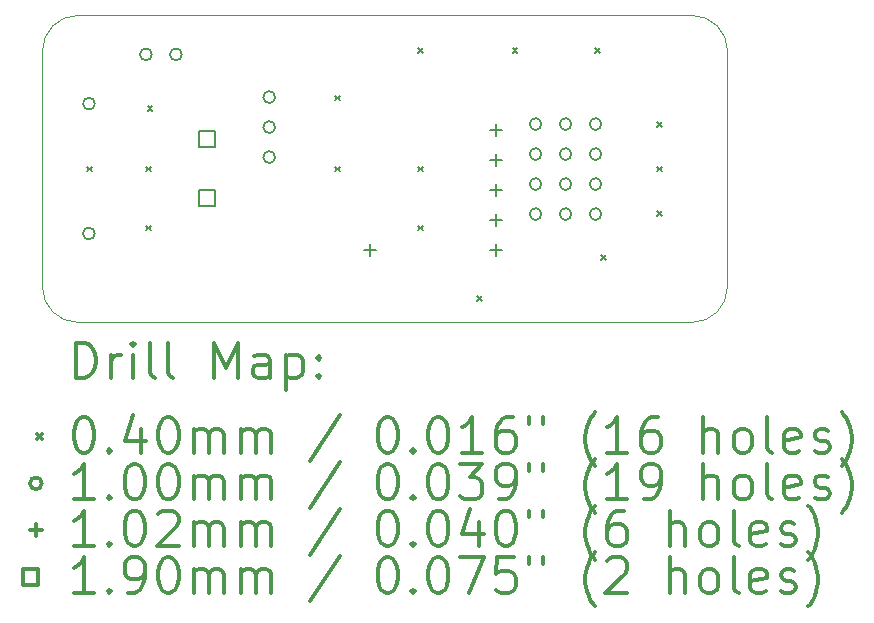
<source format=gbr>
%FSLAX45Y45*%
G04 Gerber Fmt 4.5, Leading zero omitted, Abs format (unit mm)*
G04 Created by KiCad (PCBNEW (5.1.5)-3) date 2021-10-17 17:05:09*
%MOMM*%
%LPD*%
G04 APERTURE LIST*
%TA.AperFunction,Profile*%
%ADD10C,0.120000*%
%TD*%
%ADD11C,0.200000*%
%ADD12C,0.300000*%
G04 APERTURE END LIST*
D10*
X11700000Y-7000000D02*
G75*
G02X12000000Y-6700000I300000J0D01*
G01*
X12000000Y-9300000D02*
G75*
G02X11700000Y-9000000I0J300000D01*
G01*
X17500000Y-9000000D02*
G75*
G02X17200000Y-9300000I-300000J0D01*
G01*
X17200000Y-6700000D02*
G75*
G02X17500000Y-7000000I0J-300000D01*
G01*
X17500000Y-9000000D02*
X17500000Y-7000000D01*
X12000000Y-9300000D02*
X17200000Y-9300000D01*
X11700000Y-7000000D02*
X11700000Y-9000000D01*
X17200000Y-6700000D02*
X12000000Y-6700000D01*
D11*
X12080000Y-7980000D02*
X12120000Y-8020000D01*
X12120000Y-7980000D02*
X12080000Y-8020000D01*
X12580000Y-7980000D02*
X12620000Y-8020000D01*
X12620000Y-7980000D02*
X12580000Y-8020000D01*
X12580000Y-8480000D02*
X12620000Y-8520000D01*
X12620000Y-8480000D02*
X12580000Y-8520000D01*
X12590850Y-7469150D02*
X12630850Y-7509150D01*
X12630850Y-7469150D02*
X12590850Y-7509150D01*
X14180000Y-7380000D02*
X14220000Y-7420000D01*
X14220000Y-7380000D02*
X14180000Y-7420000D01*
X14180000Y-7980000D02*
X14220000Y-8020000D01*
X14220000Y-7980000D02*
X14180000Y-8020000D01*
X14880000Y-6980000D02*
X14920000Y-7020000D01*
X14920000Y-6980000D02*
X14880000Y-7020000D01*
X14880000Y-7980000D02*
X14920000Y-8020000D01*
X14920000Y-7980000D02*
X14880000Y-8020000D01*
X14880000Y-8480000D02*
X14920000Y-8520000D01*
X14920000Y-8480000D02*
X14880000Y-8520000D01*
X15380000Y-9080000D02*
X15420000Y-9120000D01*
X15420000Y-9080000D02*
X15380000Y-9120000D01*
X15680000Y-6980000D02*
X15720000Y-7020000D01*
X15720000Y-6980000D02*
X15680000Y-7020000D01*
X16380000Y-6980000D02*
X16420000Y-7020000D01*
X16420000Y-6980000D02*
X16380000Y-7020000D01*
X16430000Y-8730000D02*
X16470000Y-8770000D01*
X16470000Y-8730000D02*
X16430000Y-8770000D01*
X16905000Y-7605000D02*
X16945000Y-7645000D01*
X16945000Y-7605000D02*
X16905000Y-7645000D01*
X16905000Y-7980000D02*
X16945000Y-8020000D01*
X16945000Y-7980000D02*
X16905000Y-8020000D01*
X16905000Y-8355000D02*
X16945000Y-8395000D01*
X16945000Y-8355000D02*
X16905000Y-8395000D01*
X12143700Y-7447000D02*
G75*
G03X12143700Y-7447000I-50000J0D01*
G01*
X12143700Y-8547000D02*
G75*
G03X12143700Y-8547000I-50000J0D01*
G01*
X16433000Y-7620000D02*
G75*
G03X16433000Y-7620000I-50000J0D01*
G01*
X16433000Y-7874000D02*
G75*
G03X16433000Y-7874000I-50000J0D01*
G01*
X16433000Y-8128000D02*
G75*
G03X16433000Y-8128000I-50000J0D01*
G01*
X16433000Y-8382000D02*
G75*
G03X16433000Y-8382000I-50000J0D01*
G01*
X16179000Y-7620000D02*
G75*
G03X16179000Y-7620000I-50000J0D01*
G01*
X16179000Y-7874000D02*
G75*
G03X16179000Y-7874000I-50000J0D01*
G01*
X16179000Y-8128000D02*
G75*
G03X16179000Y-8128000I-50000J0D01*
G01*
X16179000Y-8382000D02*
G75*
G03X16179000Y-8382000I-50000J0D01*
G01*
X13670000Y-7392000D02*
G75*
G03X13670000Y-7392000I-50000J0D01*
G01*
X13670000Y-7646000D02*
G75*
G03X13670000Y-7646000I-50000J0D01*
G01*
X13670000Y-7900000D02*
G75*
G03X13670000Y-7900000I-50000J0D01*
G01*
X15925000Y-7620000D02*
G75*
G03X15925000Y-7620000I-50000J0D01*
G01*
X15925000Y-7874000D02*
G75*
G03X15925000Y-7874000I-50000J0D01*
G01*
X15925000Y-8128000D02*
G75*
G03X15925000Y-8128000I-50000J0D01*
G01*
X15925000Y-8382000D02*
G75*
G03X15925000Y-8382000I-50000J0D01*
G01*
X12626000Y-7030000D02*
G75*
G03X12626000Y-7030000I-50000J0D01*
G01*
X12880000Y-7030000D02*
G75*
G03X12880000Y-7030000I-50000J0D01*
G01*
X14473260Y-8638848D02*
X14473260Y-8740848D01*
X14422260Y-8689848D02*
X14524260Y-8689848D01*
X15542260Y-7622848D02*
X15542260Y-7724848D01*
X15491260Y-7673848D02*
X15593260Y-7673848D01*
X15542260Y-7876848D02*
X15542260Y-7978848D01*
X15491260Y-7927848D02*
X15593260Y-7927848D01*
X15542260Y-8130848D02*
X15542260Y-8232848D01*
X15491260Y-8181848D02*
X15593260Y-8181848D01*
X15542260Y-8384848D02*
X15542260Y-8486848D01*
X15491260Y-8435848D02*
X15593260Y-8435848D01*
X15542260Y-8638848D02*
X15542260Y-8740848D01*
X15491260Y-8689848D02*
X15593260Y-8689848D01*
X13160876Y-7814176D02*
X13160876Y-7679824D01*
X13026524Y-7679824D01*
X13026524Y-7814176D01*
X13160876Y-7814176D01*
X13160876Y-8314176D02*
X13160876Y-8179824D01*
X13026524Y-8179824D01*
X13026524Y-8314176D01*
X13160876Y-8314176D01*
D12*
X11980428Y-9771714D02*
X11980428Y-9471714D01*
X12051857Y-9471714D01*
X12094714Y-9486000D01*
X12123286Y-9514572D01*
X12137571Y-9543143D01*
X12151857Y-9600286D01*
X12151857Y-9643143D01*
X12137571Y-9700286D01*
X12123286Y-9728857D01*
X12094714Y-9757429D01*
X12051857Y-9771714D01*
X11980428Y-9771714D01*
X12280428Y-9771714D02*
X12280428Y-9571714D01*
X12280428Y-9628857D02*
X12294714Y-9600286D01*
X12309000Y-9586000D01*
X12337571Y-9571714D01*
X12366143Y-9571714D01*
X12466143Y-9771714D02*
X12466143Y-9571714D01*
X12466143Y-9471714D02*
X12451857Y-9486000D01*
X12466143Y-9500286D01*
X12480428Y-9486000D01*
X12466143Y-9471714D01*
X12466143Y-9500286D01*
X12651857Y-9771714D02*
X12623286Y-9757429D01*
X12609000Y-9728857D01*
X12609000Y-9471714D01*
X12809000Y-9771714D02*
X12780428Y-9757429D01*
X12766143Y-9728857D01*
X12766143Y-9471714D01*
X13151857Y-9771714D02*
X13151857Y-9471714D01*
X13251857Y-9686000D01*
X13351857Y-9471714D01*
X13351857Y-9771714D01*
X13623286Y-9771714D02*
X13623286Y-9614572D01*
X13609000Y-9586000D01*
X13580428Y-9571714D01*
X13523286Y-9571714D01*
X13494714Y-9586000D01*
X13623286Y-9757429D02*
X13594714Y-9771714D01*
X13523286Y-9771714D01*
X13494714Y-9757429D01*
X13480428Y-9728857D01*
X13480428Y-9700286D01*
X13494714Y-9671714D01*
X13523286Y-9657429D01*
X13594714Y-9657429D01*
X13623286Y-9643143D01*
X13766143Y-9571714D02*
X13766143Y-9871714D01*
X13766143Y-9586000D02*
X13794714Y-9571714D01*
X13851857Y-9571714D01*
X13880428Y-9586000D01*
X13894714Y-9600286D01*
X13909000Y-9628857D01*
X13909000Y-9714572D01*
X13894714Y-9743143D01*
X13880428Y-9757429D01*
X13851857Y-9771714D01*
X13794714Y-9771714D01*
X13766143Y-9757429D01*
X14037571Y-9743143D02*
X14051857Y-9757429D01*
X14037571Y-9771714D01*
X14023286Y-9757429D01*
X14037571Y-9743143D01*
X14037571Y-9771714D01*
X14037571Y-9586000D02*
X14051857Y-9600286D01*
X14037571Y-9614572D01*
X14023286Y-9600286D01*
X14037571Y-9586000D01*
X14037571Y-9614572D01*
X11654000Y-10246000D02*
X11694000Y-10286000D01*
X11694000Y-10246000D02*
X11654000Y-10286000D01*
X12037571Y-10101714D02*
X12066143Y-10101714D01*
X12094714Y-10116000D01*
X12109000Y-10130286D01*
X12123286Y-10158857D01*
X12137571Y-10216000D01*
X12137571Y-10287429D01*
X12123286Y-10344572D01*
X12109000Y-10373143D01*
X12094714Y-10387429D01*
X12066143Y-10401714D01*
X12037571Y-10401714D01*
X12009000Y-10387429D01*
X11994714Y-10373143D01*
X11980428Y-10344572D01*
X11966143Y-10287429D01*
X11966143Y-10216000D01*
X11980428Y-10158857D01*
X11994714Y-10130286D01*
X12009000Y-10116000D01*
X12037571Y-10101714D01*
X12266143Y-10373143D02*
X12280428Y-10387429D01*
X12266143Y-10401714D01*
X12251857Y-10387429D01*
X12266143Y-10373143D01*
X12266143Y-10401714D01*
X12537571Y-10201714D02*
X12537571Y-10401714D01*
X12466143Y-10087429D02*
X12394714Y-10301714D01*
X12580428Y-10301714D01*
X12751857Y-10101714D02*
X12780428Y-10101714D01*
X12809000Y-10116000D01*
X12823286Y-10130286D01*
X12837571Y-10158857D01*
X12851857Y-10216000D01*
X12851857Y-10287429D01*
X12837571Y-10344572D01*
X12823286Y-10373143D01*
X12809000Y-10387429D01*
X12780428Y-10401714D01*
X12751857Y-10401714D01*
X12723286Y-10387429D01*
X12709000Y-10373143D01*
X12694714Y-10344572D01*
X12680428Y-10287429D01*
X12680428Y-10216000D01*
X12694714Y-10158857D01*
X12709000Y-10130286D01*
X12723286Y-10116000D01*
X12751857Y-10101714D01*
X12980428Y-10401714D02*
X12980428Y-10201714D01*
X12980428Y-10230286D02*
X12994714Y-10216000D01*
X13023286Y-10201714D01*
X13066143Y-10201714D01*
X13094714Y-10216000D01*
X13109000Y-10244572D01*
X13109000Y-10401714D01*
X13109000Y-10244572D02*
X13123286Y-10216000D01*
X13151857Y-10201714D01*
X13194714Y-10201714D01*
X13223286Y-10216000D01*
X13237571Y-10244572D01*
X13237571Y-10401714D01*
X13380428Y-10401714D02*
X13380428Y-10201714D01*
X13380428Y-10230286D02*
X13394714Y-10216000D01*
X13423286Y-10201714D01*
X13466143Y-10201714D01*
X13494714Y-10216000D01*
X13509000Y-10244572D01*
X13509000Y-10401714D01*
X13509000Y-10244572D02*
X13523286Y-10216000D01*
X13551857Y-10201714D01*
X13594714Y-10201714D01*
X13623286Y-10216000D01*
X13637571Y-10244572D01*
X13637571Y-10401714D01*
X14223286Y-10087429D02*
X13966143Y-10473143D01*
X14609000Y-10101714D02*
X14637571Y-10101714D01*
X14666143Y-10116000D01*
X14680428Y-10130286D01*
X14694714Y-10158857D01*
X14709000Y-10216000D01*
X14709000Y-10287429D01*
X14694714Y-10344572D01*
X14680428Y-10373143D01*
X14666143Y-10387429D01*
X14637571Y-10401714D01*
X14609000Y-10401714D01*
X14580428Y-10387429D01*
X14566143Y-10373143D01*
X14551857Y-10344572D01*
X14537571Y-10287429D01*
X14537571Y-10216000D01*
X14551857Y-10158857D01*
X14566143Y-10130286D01*
X14580428Y-10116000D01*
X14609000Y-10101714D01*
X14837571Y-10373143D02*
X14851857Y-10387429D01*
X14837571Y-10401714D01*
X14823286Y-10387429D01*
X14837571Y-10373143D01*
X14837571Y-10401714D01*
X15037571Y-10101714D02*
X15066143Y-10101714D01*
X15094714Y-10116000D01*
X15109000Y-10130286D01*
X15123286Y-10158857D01*
X15137571Y-10216000D01*
X15137571Y-10287429D01*
X15123286Y-10344572D01*
X15109000Y-10373143D01*
X15094714Y-10387429D01*
X15066143Y-10401714D01*
X15037571Y-10401714D01*
X15009000Y-10387429D01*
X14994714Y-10373143D01*
X14980428Y-10344572D01*
X14966143Y-10287429D01*
X14966143Y-10216000D01*
X14980428Y-10158857D01*
X14994714Y-10130286D01*
X15009000Y-10116000D01*
X15037571Y-10101714D01*
X15423286Y-10401714D02*
X15251857Y-10401714D01*
X15337571Y-10401714D02*
X15337571Y-10101714D01*
X15309000Y-10144572D01*
X15280428Y-10173143D01*
X15251857Y-10187429D01*
X15680428Y-10101714D02*
X15623286Y-10101714D01*
X15594714Y-10116000D01*
X15580428Y-10130286D01*
X15551857Y-10173143D01*
X15537571Y-10230286D01*
X15537571Y-10344572D01*
X15551857Y-10373143D01*
X15566143Y-10387429D01*
X15594714Y-10401714D01*
X15651857Y-10401714D01*
X15680428Y-10387429D01*
X15694714Y-10373143D01*
X15709000Y-10344572D01*
X15709000Y-10273143D01*
X15694714Y-10244572D01*
X15680428Y-10230286D01*
X15651857Y-10216000D01*
X15594714Y-10216000D01*
X15566143Y-10230286D01*
X15551857Y-10244572D01*
X15537571Y-10273143D01*
X15823286Y-10101714D02*
X15823286Y-10158857D01*
X15937571Y-10101714D02*
X15937571Y-10158857D01*
X16380428Y-10516000D02*
X16366143Y-10501714D01*
X16337571Y-10458857D01*
X16323286Y-10430286D01*
X16309000Y-10387429D01*
X16294714Y-10316000D01*
X16294714Y-10258857D01*
X16309000Y-10187429D01*
X16323286Y-10144572D01*
X16337571Y-10116000D01*
X16366143Y-10073143D01*
X16380428Y-10058857D01*
X16651857Y-10401714D02*
X16480428Y-10401714D01*
X16566143Y-10401714D02*
X16566143Y-10101714D01*
X16537571Y-10144572D01*
X16509000Y-10173143D01*
X16480428Y-10187429D01*
X16909000Y-10101714D02*
X16851857Y-10101714D01*
X16823286Y-10116000D01*
X16809000Y-10130286D01*
X16780428Y-10173143D01*
X16766143Y-10230286D01*
X16766143Y-10344572D01*
X16780428Y-10373143D01*
X16794714Y-10387429D01*
X16823286Y-10401714D01*
X16880428Y-10401714D01*
X16909000Y-10387429D01*
X16923286Y-10373143D01*
X16937571Y-10344572D01*
X16937571Y-10273143D01*
X16923286Y-10244572D01*
X16909000Y-10230286D01*
X16880428Y-10216000D01*
X16823286Y-10216000D01*
X16794714Y-10230286D01*
X16780428Y-10244572D01*
X16766143Y-10273143D01*
X17294714Y-10401714D02*
X17294714Y-10101714D01*
X17423286Y-10401714D02*
X17423286Y-10244572D01*
X17409000Y-10216000D01*
X17380428Y-10201714D01*
X17337571Y-10201714D01*
X17309000Y-10216000D01*
X17294714Y-10230286D01*
X17609000Y-10401714D02*
X17580428Y-10387429D01*
X17566143Y-10373143D01*
X17551857Y-10344572D01*
X17551857Y-10258857D01*
X17566143Y-10230286D01*
X17580428Y-10216000D01*
X17609000Y-10201714D01*
X17651857Y-10201714D01*
X17680428Y-10216000D01*
X17694714Y-10230286D01*
X17709000Y-10258857D01*
X17709000Y-10344572D01*
X17694714Y-10373143D01*
X17680428Y-10387429D01*
X17651857Y-10401714D01*
X17609000Y-10401714D01*
X17880428Y-10401714D02*
X17851857Y-10387429D01*
X17837571Y-10358857D01*
X17837571Y-10101714D01*
X18109000Y-10387429D02*
X18080428Y-10401714D01*
X18023286Y-10401714D01*
X17994714Y-10387429D01*
X17980428Y-10358857D01*
X17980428Y-10244572D01*
X17994714Y-10216000D01*
X18023286Y-10201714D01*
X18080428Y-10201714D01*
X18109000Y-10216000D01*
X18123286Y-10244572D01*
X18123286Y-10273143D01*
X17980428Y-10301714D01*
X18237571Y-10387429D02*
X18266143Y-10401714D01*
X18323286Y-10401714D01*
X18351857Y-10387429D01*
X18366143Y-10358857D01*
X18366143Y-10344572D01*
X18351857Y-10316000D01*
X18323286Y-10301714D01*
X18280428Y-10301714D01*
X18251857Y-10287429D01*
X18237571Y-10258857D01*
X18237571Y-10244572D01*
X18251857Y-10216000D01*
X18280428Y-10201714D01*
X18323286Y-10201714D01*
X18351857Y-10216000D01*
X18466143Y-10516000D02*
X18480428Y-10501714D01*
X18509000Y-10458857D01*
X18523286Y-10430286D01*
X18537571Y-10387429D01*
X18551857Y-10316000D01*
X18551857Y-10258857D01*
X18537571Y-10187429D01*
X18523286Y-10144572D01*
X18509000Y-10116000D01*
X18480428Y-10073143D01*
X18466143Y-10058857D01*
X11694000Y-10662000D02*
G75*
G03X11694000Y-10662000I-50000J0D01*
G01*
X12137571Y-10797714D02*
X11966143Y-10797714D01*
X12051857Y-10797714D02*
X12051857Y-10497714D01*
X12023286Y-10540572D01*
X11994714Y-10569143D01*
X11966143Y-10583429D01*
X12266143Y-10769143D02*
X12280428Y-10783429D01*
X12266143Y-10797714D01*
X12251857Y-10783429D01*
X12266143Y-10769143D01*
X12266143Y-10797714D01*
X12466143Y-10497714D02*
X12494714Y-10497714D01*
X12523286Y-10512000D01*
X12537571Y-10526286D01*
X12551857Y-10554857D01*
X12566143Y-10612000D01*
X12566143Y-10683429D01*
X12551857Y-10740572D01*
X12537571Y-10769143D01*
X12523286Y-10783429D01*
X12494714Y-10797714D01*
X12466143Y-10797714D01*
X12437571Y-10783429D01*
X12423286Y-10769143D01*
X12409000Y-10740572D01*
X12394714Y-10683429D01*
X12394714Y-10612000D01*
X12409000Y-10554857D01*
X12423286Y-10526286D01*
X12437571Y-10512000D01*
X12466143Y-10497714D01*
X12751857Y-10497714D02*
X12780428Y-10497714D01*
X12809000Y-10512000D01*
X12823286Y-10526286D01*
X12837571Y-10554857D01*
X12851857Y-10612000D01*
X12851857Y-10683429D01*
X12837571Y-10740572D01*
X12823286Y-10769143D01*
X12809000Y-10783429D01*
X12780428Y-10797714D01*
X12751857Y-10797714D01*
X12723286Y-10783429D01*
X12709000Y-10769143D01*
X12694714Y-10740572D01*
X12680428Y-10683429D01*
X12680428Y-10612000D01*
X12694714Y-10554857D01*
X12709000Y-10526286D01*
X12723286Y-10512000D01*
X12751857Y-10497714D01*
X12980428Y-10797714D02*
X12980428Y-10597714D01*
X12980428Y-10626286D02*
X12994714Y-10612000D01*
X13023286Y-10597714D01*
X13066143Y-10597714D01*
X13094714Y-10612000D01*
X13109000Y-10640572D01*
X13109000Y-10797714D01*
X13109000Y-10640572D02*
X13123286Y-10612000D01*
X13151857Y-10597714D01*
X13194714Y-10597714D01*
X13223286Y-10612000D01*
X13237571Y-10640572D01*
X13237571Y-10797714D01*
X13380428Y-10797714D02*
X13380428Y-10597714D01*
X13380428Y-10626286D02*
X13394714Y-10612000D01*
X13423286Y-10597714D01*
X13466143Y-10597714D01*
X13494714Y-10612000D01*
X13509000Y-10640572D01*
X13509000Y-10797714D01*
X13509000Y-10640572D02*
X13523286Y-10612000D01*
X13551857Y-10597714D01*
X13594714Y-10597714D01*
X13623286Y-10612000D01*
X13637571Y-10640572D01*
X13637571Y-10797714D01*
X14223286Y-10483429D02*
X13966143Y-10869143D01*
X14609000Y-10497714D02*
X14637571Y-10497714D01*
X14666143Y-10512000D01*
X14680428Y-10526286D01*
X14694714Y-10554857D01*
X14709000Y-10612000D01*
X14709000Y-10683429D01*
X14694714Y-10740572D01*
X14680428Y-10769143D01*
X14666143Y-10783429D01*
X14637571Y-10797714D01*
X14609000Y-10797714D01*
X14580428Y-10783429D01*
X14566143Y-10769143D01*
X14551857Y-10740572D01*
X14537571Y-10683429D01*
X14537571Y-10612000D01*
X14551857Y-10554857D01*
X14566143Y-10526286D01*
X14580428Y-10512000D01*
X14609000Y-10497714D01*
X14837571Y-10769143D02*
X14851857Y-10783429D01*
X14837571Y-10797714D01*
X14823286Y-10783429D01*
X14837571Y-10769143D01*
X14837571Y-10797714D01*
X15037571Y-10497714D02*
X15066143Y-10497714D01*
X15094714Y-10512000D01*
X15109000Y-10526286D01*
X15123286Y-10554857D01*
X15137571Y-10612000D01*
X15137571Y-10683429D01*
X15123286Y-10740572D01*
X15109000Y-10769143D01*
X15094714Y-10783429D01*
X15066143Y-10797714D01*
X15037571Y-10797714D01*
X15009000Y-10783429D01*
X14994714Y-10769143D01*
X14980428Y-10740572D01*
X14966143Y-10683429D01*
X14966143Y-10612000D01*
X14980428Y-10554857D01*
X14994714Y-10526286D01*
X15009000Y-10512000D01*
X15037571Y-10497714D01*
X15237571Y-10497714D02*
X15423286Y-10497714D01*
X15323286Y-10612000D01*
X15366143Y-10612000D01*
X15394714Y-10626286D01*
X15409000Y-10640572D01*
X15423286Y-10669143D01*
X15423286Y-10740572D01*
X15409000Y-10769143D01*
X15394714Y-10783429D01*
X15366143Y-10797714D01*
X15280428Y-10797714D01*
X15251857Y-10783429D01*
X15237571Y-10769143D01*
X15566143Y-10797714D02*
X15623286Y-10797714D01*
X15651857Y-10783429D01*
X15666143Y-10769143D01*
X15694714Y-10726286D01*
X15709000Y-10669143D01*
X15709000Y-10554857D01*
X15694714Y-10526286D01*
X15680428Y-10512000D01*
X15651857Y-10497714D01*
X15594714Y-10497714D01*
X15566143Y-10512000D01*
X15551857Y-10526286D01*
X15537571Y-10554857D01*
X15537571Y-10626286D01*
X15551857Y-10654857D01*
X15566143Y-10669143D01*
X15594714Y-10683429D01*
X15651857Y-10683429D01*
X15680428Y-10669143D01*
X15694714Y-10654857D01*
X15709000Y-10626286D01*
X15823286Y-10497714D02*
X15823286Y-10554857D01*
X15937571Y-10497714D02*
X15937571Y-10554857D01*
X16380428Y-10912000D02*
X16366143Y-10897714D01*
X16337571Y-10854857D01*
X16323286Y-10826286D01*
X16309000Y-10783429D01*
X16294714Y-10712000D01*
X16294714Y-10654857D01*
X16309000Y-10583429D01*
X16323286Y-10540572D01*
X16337571Y-10512000D01*
X16366143Y-10469143D01*
X16380428Y-10454857D01*
X16651857Y-10797714D02*
X16480428Y-10797714D01*
X16566143Y-10797714D02*
X16566143Y-10497714D01*
X16537571Y-10540572D01*
X16509000Y-10569143D01*
X16480428Y-10583429D01*
X16794714Y-10797714D02*
X16851857Y-10797714D01*
X16880428Y-10783429D01*
X16894714Y-10769143D01*
X16923286Y-10726286D01*
X16937571Y-10669143D01*
X16937571Y-10554857D01*
X16923286Y-10526286D01*
X16909000Y-10512000D01*
X16880428Y-10497714D01*
X16823286Y-10497714D01*
X16794714Y-10512000D01*
X16780428Y-10526286D01*
X16766143Y-10554857D01*
X16766143Y-10626286D01*
X16780428Y-10654857D01*
X16794714Y-10669143D01*
X16823286Y-10683429D01*
X16880428Y-10683429D01*
X16909000Y-10669143D01*
X16923286Y-10654857D01*
X16937571Y-10626286D01*
X17294714Y-10797714D02*
X17294714Y-10497714D01*
X17423286Y-10797714D02*
X17423286Y-10640572D01*
X17409000Y-10612000D01*
X17380428Y-10597714D01*
X17337571Y-10597714D01*
X17309000Y-10612000D01*
X17294714Y-10626286D01*
X17609000Y-10797714D02*
X17580428Y-10783429D01*
X17566143Y-10769143D01*
X17551857Y-10740572D01*
X17551857Y-10654857D01*
X17566143Y-10626286D01*
X17580428Y-10612000D01*
X17609000Y-10597714D01*
X17651857Y-10597714D01*
X17680428Y-10612000D01*
X17694714Y-10626286D01*
X17709000Y-10654857D01*
X17709000Y-10740572D01*
X17694714Y-10769143D01*
X17680428Y-10783429D01*
X17651857Y-10797714D01*
X17609000Y-10797714D01*
X17880428Y-10797714D02*
X17851857Y-10783429D01*
X17837571Y-10754857D01*
X17837571Y-10497714D01*
X18109000Y-10783429D02*
X18080428Y-10797714D01*
X18023286Y-10797714D01*
X17994714Y-10783429D01*
X17980428Y-10754857D01*
X17980428Y-10640572D01*
X17994714Y-10612000D01*
X18023286Y-10597714D01*
X18080428Y-10597714D01*
X18109000Y-10612000D01*
X18123286Y-10640572D01*
X18123286Y-10669143D01*
X17980428Y-10697714D01*
X18237571Y-10783429D02*
X18266143Y-10797714D01*
X18323286Y-10797714D01*
X18351857Y-10783429D01*
X18366143Y-10754857D01*
X18366143Y-10740572D01*
X18351857Y-10712000D01*
X18323286Y-10697714D01*
X18280428Y-10697714D01*
X18251857Y-10683429D01*
X18237571Y-10654857D01*
X18237571Y-10640572D01*
X18251857Y-10612000D01*
X18280428Y-10597714D01*
X18323286Y-10597714D01*
X18351857Y-10612000D01*
X18466143Y-10912000D02*
X18480428Y-10897714D01*
X18509000Y-10854857D01*
X18523286Y-10826286D01*
X18537571Y-10783429D01*
X18551857Y-10712000D01*
X18551857Y-10654857D01*
X18537571Y-10583429D01*
X18523286Y-10540572D01*
X18509000Y-10512000D01*
X18480428Y-10469143D01*
X18466143Y-10454857D01*
X11643000Y-11007000D02*
X11643000Y-11109000D01*
X11592000Y-11058000D02*
X11694000Y-11058000D01*
X12137571Y-11193714D02*
X11966143Y-11193714D01*
X12051857Y-11193714D02*
X12051857Y-10893714D01*
X12023286Y-10936572D01*
X11994714Y-10965143D01*
X11966143Y-10979429D01*
X12266143Y-11165143D02*
X12280428Y-11179429D01*
X12266143Y-11193714D01*
X12251857Y-11179429D01*
X12266143Y-11165143D01*
X12266143Y-11193714D01*
X12466143Y-10893714D02*
X12494714Y-10893714D01*
X12523286Y-10908000D01*
X12537571Y-10922286D01*
X12551857Y-10950857D01*
X12566143Y-11008000D01*
X12566143Y-11079429D01*
X12551857Y-11136572D01*
X12537571Y-11165143D01*
X12523286Y-11179429D01*
X12494714Y-11193714D01*
X12466143Y-11193714D01*
X12437571Y-11179429D01*
X12423286Y-11165143D01*
X12409000Y-11136572D01*
X12394714Y-11079429D01*
X12394714Y-11008000D01*
X12409000Y-10950857D01*
X12423286Y-10922286D01*
X12437571Y-10908000D01*
X12466143Y-10893714D01*
X12680428Y-10922286D02*
X12694714Y-10908000D01*
X12723286Y-10893714D01*
X12794714Y-10893714D01*
X12823286Y-10908000D01*
X12837571Y-10922286D01*
X12851857Y-10950857D01*
X12851857Y-10979429D01*
X12837571Y-11022286D01*
X12666143Y-11193714D01*
X12851857Y-11193714D01*
X12980428Y-11193714D02*
X12980428Y-10993714D01*
X12980428Y-11022286D02*
X12994714Y-11008000D01*
X13023286Y-10993714D01*
X13066143Y-10993714D01*
X13094714Y-11008000D01*
X13109000Y-11036572D01*
X13109000Y-11193714D01*
X13109000Y-11036572D02*
X13123286Y-11008000D01*
X13151857Y-10993714D01*
X13194714Y-10993714D01*
X13223286Y-11008000D01*
X13237571Y-11036572D01*
X13237571Y-11193714D01*
X13380428Y-11193714D02*
X13380428Y-10993714D01*
X13380428Y-11022286D02*
X13394714Y-11008000D01*
X13423286Y-10993714D01*
X13466143Y-10993714D01*
X13494714Y-11008000D01*
X13509000Y-11036572D01*
X13509000Y-11193714D01*
X13509000Y-11036572D02*
X13523286Y-11008000D01*
X13551857Y-10993714D01*
X13594714Y-10993714D01*
X13623286Y-11008000D01*
X13637571Y-11036572D01*
X13637571Y-11193714D01*
X14223286Y-10879429D02*
X13966143Y-11265143D01*
X14609000Y-10893714D02*
X14637571Y-10893714D01*
X14666143Y-10908000D01*
X14680428Y-10922286D01*
X14694714Y-10950857D01*
X14709000Y-11008000D01*
X14709000Y-11079429D01*
X14694714Y-11136572D01*
X14680428Y-11165143D01*
X14666143Y-11179429D01*
X14637571Y-11193714D01*
X14609000Y-11193714D01*
X14580428Y-11179429D01*
X14566143Y-11165143D01*
X14551857Y-11136572D01*
X14537571Y-11079429D01*
X14537571Y-11008000D01*
X14551857Y-10950857D01*
X14566143Y-10922286D01*
X14580428Y-10908000D01*
X14609000Y-10893714D01*
X14837571Y-11165143D02*
X14851857Y-11179429D01*
X14837571Y-11193714D01*
X14823286Y-11179429D01*
X14837571Y-11165143D01*
X14837571Y-11193714D01*
X15037571Y-10893714D02*
X15066143Y-10893714D01*
X15094714Y-10908000D01*
X15109000Y-10922286D01*
X15123286Y-10950857D01*
X15137571Y-11008000D01*
X15137571Y-11079429D01*
X15123286Y-11136572D01*
X15109000Y-11165143D01*
X15094714Y-11179429D01*
X15066143Y-11193714D01*
X15037571Y-11193714D01*
X15009000Y-11179429D01*
X14994714Y-11165143D01*
X14980428Y-11136572D01*
X14966143Y-11079429D01*
X14966143Y-11008000D01*
X14980428Y-10950857D01*
X14994714Y-10922286D01*
X15009000Y-10908000D01*
X15037571Y-10893714D01*
X15394714Y-10993714D02*
X15394714Y-11193714D01*
X15323286Y-10879429D02*
X15251857Y-11093714D01*
X15437571Y-11093714D01*
X15609000Y-10893714D02*
X15637571Y-10893714D01*
X15666143Y-10908000D01*
X15680428Y-10922286D01*
X15694714Y-10950857D01*
X15709000Y-11008000D01*
X15709000Y-11079429D01*
X15694714Y-11136572D01*
X15680428Y-11165143D01*
X15666143Y-11179429D01*
X15637571Y-11193714D01*
X15609000Y-11193714D01*
X15580428Y-11179429D01*
X15566143Y-11165143D01*
X15551857Y-11136572D01*
X15537571Y-11079429D01*
X15537571Y-11008000D01*
X15551857Y-10950857D01*
X15566143Y-10922286D01*
X15580428Y-10908000D01*
X15609000Y-10893714D01*
X15823286Y-10893714D02*
X15823286Y-10950857D01*
X15937571Y-10893714D02*
X15937571Y-10950857D01*
X16380428Y-11308000D02*
X16366143Y-11293714D01*
X16337571Y-11250857D01*
X16323286Y-11222286D01*
X16309000Y-11179429D01*
X16294714Y-11108000D01*
X16294714Y-11050857D01*
X16309000Y-10979429D01*
X16323286Y-10936572D01*
X16337571Y-10908000D01*
X16366143Y-10865143D01*
X16380428Y-10850857D01*
X16623286Y-10893714D02*
X16566143Y-10893714D01*
X16537571Y-10908000D01*
X16523286Y-10922286D01*
X16494714Y-10965143D01*
X16480428Y-11022286D01*
X16480428Y-11136572D01*
X16494714Y-11165143D01*
X16509000Y-11179429D01*
X16537571Y-11193714D01*
X16594714Y-11193714D01*
X16623286Y-11179429D01*
X16637571Y-11165143D01*
X16651857Y-11136572D01*
X16651857Y-11065143D01*
X16637571Y-11036572D01*
X16623286Y-11022286D01*
X16594714Y-11008000D01*
X16537571Y-11008000D01*
X16509000Y-11022286D01*
X16494714Y-11036572D01*
X16480428Y-11065143D01*
X17009000Y-11193714D02*
X17009000Y-10893714D01*
X17137571Y-11193714D02*
X17137571Y-11036572D01*
X17123286Y-11008000D01*
X17094714Y-10993714D01*
X17051857Y-10993714D01*
X17023286Y-11008000D01*
X17009000Y-11022286D01*
X17323286Y-11193714D02*
X17294714Y-11179429D01*
X17280428Y-11165143D01*
X17266143Y-11136572D01*
X17266143Y-11050857D01*
X17280428Y-11022286D01*
X17294714Y-11008000D01*
X17323286Y-10993714D01*
X17366143Y-10993714D01*
X17394714Y-11008000D01*
X17409000Y-11022286D01*
X17423286Y-11050857D01*
X17423286Y-11136572D01*
X17409000Y-11165143D01*
X17394714Y-11179429D01*
X17366143Y-11193714D01*
X17323286Y-11193714D01*
X17594714Y-11193714D02*
X17566143Y-11179429D01*
X17551857Y-11150857D01*
X17551857Y-10893714D01*
X17823286Y-11179429D02*
X17794714Y-11193714D01*
X17737571Y-11193714D01*
X17709000Y-11179429D01*
X17694714Y-11150857D01*
X17694714Y-11036572D01*
X17709000Y-11008000D01*
X17737571Y-10993714D01*
X17794714Y-10993714D01*
X17823286Y-11008000D01*
X17837571Y-11036572D01*
X17837571Y-11065143D01*
X17694714Y-11093714D01*
X17951857Y-11179429D02*
X17980428Y-11193714D01*
X18037571Y-11193714D01*
X18066143Y-11179429D01*
X18080428Y-11150857D01*
X18080428Y-11136572D01*
X18066143Y-11108000D01*
X18037571Y-11093714D01*
X17994714Y-11093714D01*
X17966143Y-11079429D01*
X17951857Y-11050857D01*
X17951857Y-11036572D01*
X17966143Y-11008000D01*
X17994714Y-10993714D01*
X18037571Y-10993714D01*
X18066143Y-11008000D01*
X18180428Y-11308000D02*
X18194714Y-11293714D01*
X18223286Y-11250857D01*
X18237571Y-11222286D01*
X18251857Y-11179429D01*
X18266143Y-11108000D01*
X18266143Y-11050857D01*
X18251857Y-10979429D01*
X18237571Y-10936572D01*
X18223286Y-10908000D01*
X18194714Y-10865143D01*
X18180428Y-10850857D01*
X11666176Y-11521176D02*
X11666176Y-11386824D01*
X11531824Y-11386824D01*
X11531824Y-11521176D01*
X11666176Y-11521176D01*
X12137571Y-11589714D02*
X11966143Y-11589714D01*
X12051857Y-11589714D02*
X12051857Y-11289714D01*
X12023286Y-11332571D01*
X11994714Y-11361143D01*
X11966143Y-11375429D01*
X12266143Y-11561143D02*
X12280428Y-11575429D01*
X12266143Y-11589714D01*
X12251857Y-11575429D01*
X12266143Y-11561143D01*
X12266143Y-11589714D01*
X12423286Y-11589714D02*
X12480428Y-11589714D01*
X12509000Y-11575429D01*
X12523286Y-11561143D01*
X12551857Y-11518286D01*
X12566143Y-11461143D01*
X12566143Y-11346857D01*
X12551857Y-11318286D01*
X12537571Y-11304000D01*
X12509000Y-11289714D01*
X12451857Y-11289714D01*
X12423286Y-11304000D01*
X12409000Y-11318286D01*
X12394714Y-11346857D01*
X12394714Y-11418286D01*
X12409000Y-11446857D01*
X12423286Y-11461143D01*
X12451857Y-11475429D01*
X12509000Y-11475429D01*
X12537571Y-11461143D01*
X12551857Y-11446857D01*
X12566143Y-11418286D01*
X12751857Y-11289714D02*
X12780428Y-11289714D01*
X12809000Y-11304000D01*
X12823286Y-11318286D01*
X12837571Y-11346857D01*
X12851857Y-11404000D01*
X12851857Y-11475429D01*
X12837571Y-11532571D01*
X12823286Y-11561143D01*
X12809000Y-11575429D01*
X12780428Y-11589714D01*
X12751857Y-11589714D01*
X12723286Y-11575429D01*
X12709000Y-11561143D01*
X12694714Y-11532571D01*
X12680428Y-11475429D01*
X12680428Y-11404000D01*
X12694714Y-11346857D01*
X12709000Y-11318286D01*
X12723286Y-11304000D01*
X12751857Y-11289714D01*
X12980428Y-11589714D02*
X12980428Y-11389714D01*
X12980428Y-11418286D02*
X12994714Y-11404000D01*
X13023286Y-11389714D01*
X13066143Y-11389714D01*
X13094714Y-11404000D01*
X13109000Y-11432571D01*
X13109000Y-11589714D01*
X13109000Y-11432571D02*
X13123286Y-11404000D01*
X13151857Y-11389714D01*
X13194714Y-11389714D01*
X13223286Y-11404000D01*
X13237571Y-11432571D01*
X13237571Y-11589714D01*
X13380428Y-11589714D02*
X13380428Y-11389714D01*
X13380428Y-11418286D02*
X13394714Y-11404000D01*
X13423286Y-11389714D01*
X13466143Y-11389714D01*
X13494714Y-11404000D01*
X13509000Y-11432571D01*
X13509000Y-11589714D01*
X13509000Y-11432571D02*
X13523286Y-11404000D01*
X13551857Y-11389714D01*
X13594714Y-11389714D01*
X13623286Y-11404000D01*
X13637571Y-11432571D01*
X13637571Y-11589714D01*
X14223286Y-11275429D02*
X13966143Y-11661143D01*
X14609000Y-11289714D02*
X14637571Y-11289714D01*
X14666143Y-11304000D01*
X14680428Y-11318286D01*
X14694714Y-11346857D01*
X14709000Y-11404000D01*
X14709000Y-11475429D01*
X14694714Y-11532571D01*
X14680428Y-11561143D01*
X14666143Y-11575429D01*
X14637571Y-11589714D01*
X14609000Y-11589714D01*
X14580428Y-11575429D01*
X14566143Y-11561143D01*
X14551857Y-11532571D01*
X14537571Y-11475429D01*
X14537571Y-11404000D01*
X14551857Y-11346857D01*
X14566143Y-11318286D01*
X14580428Y-11304000D01*
X14609000Y-11289714D01*
X14837571Y-11561143D02*
X14851857Y-11575429D01*
X14837571Y-11589714D01*
X14823286Y-11575429D01*
X14837571Y-11561143D01*
X14837571Y-11589714D01*
X15037571Y-11289714D02*
X15066143Y-11289714D01*
X15094714Y-11304000D01*
X15109000Y-11318286D01*
X15123286Y-11346857D01*
X15137571Y-11404000D01*
X15137571Y-11475429D01*
X15123286Y-11532571D01*
X15109000Y-11561143D01*
X15094714Y-11575429D01*
X15066143Y-11589714D01*
X15037571Y-11589714D01*
X15009000Y-11575429D01*
X14994714Y-11561143D01*
X14980428Y-11532571D01*
X14966143Y-11475429D01*
X14966143Y-11404000D01*
X14980428Y-11346857D01*
X14994714Y-11318286D01*
X15009000Y-11304000D01*
X15037571Y-11289714D01*
X15237571Y-11289714D02*
X15437571Y-11289714D01*
X15309000Y-11589714D01*
X15694714Y-11289714D02*
X15551857Y-11289714D01*
X15537571Y-11432571D01*
X15551857Y-11418286D01*
X15580428Y-11404000D01*
X15651857Y-11404000D01*
X15680428Y-11418286D01*
X15694714Y-11432571D01*
X15709000Y-11461143D01*
X15709000Y-11532571D01*
X15694714Y-11561143D01*
X15680428Y-11575429D01*
X15651857Y-11589714D01*
X15580428Y-11589714D01*
X15551857Y-11575429D01*
X15537571Y-11561143D01*
X15823286Y-11289714D02*
X15823286Y-11346857D01*
X15937571Y-11289714D02*
X15937571Y-11346857D01*
X16380428Y-11704000D02*
X16366143Y-11689714D01*
X16337571Y-11646857D01*
X16323286Y-11618286D01*
X16309000Y-11575429D01*
X16294714Y-11504000D01*
X16294714Y-11446857D01*
X16309000Y-11375429D01*
X16323286Y-11332571D01*
X16337571Y-11304000D01*
X16366143Y-11261143D01*
X16380428Y-11246857D01*
X16480428Y-11318286D02*
X16494714Y-11304000D01*
X16523286Y-11289714D01*
X16594714Y-11289714D01*
X16623286Y-11304000D01*
X16637571Y-11318286D01*
X16651857Y-11346857D01*
X16651857Y-11375429D01*
X16637571Y-11418286D01*
X16466143Y-11589714D01*
X16651857Y-11589714D01*
X17009000Y-11589714D02*
X17009000Y-11289714D01*
X17137571Y-11589714D02*
X17137571Y-11432571D01*
X17123286Y-11404000D01*
X17094714Y-11389714D01*
X17051857Y-11389714D01*
X17023286Y-11404000D01*
X17009000Y-11418286D01*
X17323286Y-11589714D02*
X17294714Y-11575429D01*
X17280428Y-11561143D01*
X17266143Y-11532571D01*
X17266143Y-11446857D01*
X17280428Y-11418286D01*
X17294714Y-11404000D01*
X17323286Y-11389714D01*
X17366143Y-11389714D01*
X17394714Y-11404000D01*
X17409000Y-11418286D01*
X17423286Y-11446857D01*
X17423286Y-11532571D01*
X17409000Y-11561143D01*
X17394714Y-11575429D01*
X17366143Y-11589714D01*
X17323286Y-11589714D01*
X17594714Y-11589714D02*
X17566143Y-11575429D01*
X17551857Y-11546857D01*
X17551857Y-11289714D01*
X17823286Y-11575429D02*
X17794714Y-11589714D01*
X17737571Y-11589714D01*
X17709000Y-11575429D01*
X17694714Y-11546857D01*
X17694714Y-11432571D01*
X17709000Y-11404000D01*
X17737571Y-11389714D01*
X17794714Y-11389714D01*
X17823286Y-11404000D01*
X17837571Y-11432571D01*
X17837571Y-11461143D01*
X17694714Y-11489714D01*
X17951857Y-11575429D02*
X17980428Y-11589714D01*
X18037571Y-11589714D01*
X18066143Y-11575429D01*
X18080428Y-11546857D01*
X18080428Y-11532571D01*
X18066143Y-11504000D01*
X18037571Y-11489714D01*
X17994714Y-11489714D01*
X17966143Y-11475429D01*
X17951857Y-11446857D01*
X17951857Y-11432571D01*
X17966143Y-11404000D01*
X17994714Y-11389714D01*
X18037571Y-11389714D01*
X18066143Y-11404000D01*
X18180428Y-11704000D02*
X18194714Y-11689714D01*
X18223286Y-11646857D01*
X18237571Y-11618286D01*
X18251857Y-11575429D01*
X18266143Y-11504000D01*
X18266143Y-11446857D01*
X18251857Y-11375429D01*
X18237571Y-11332571D01*
X18223286Y-11304000D01*
X18194714Y-11261143D01*
X18180428Y-11246857D01*
M02*

</source>
